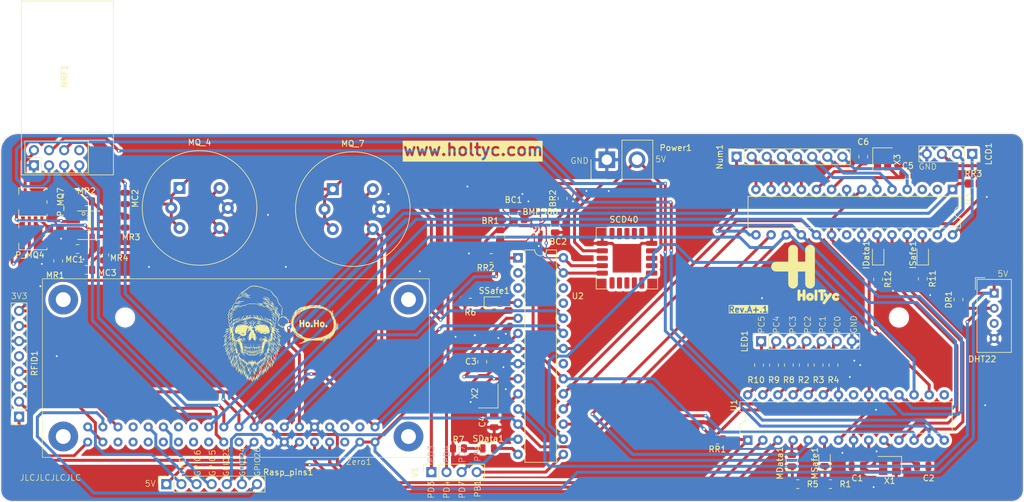
<source format=kicad_pcb>
(kicad_pcb (version 20221018) (generator pcbnew)
  (layers (0 "F.Cu" signal) (31 "B.Cu" signal) (34 "B.Paste" user) (35 "F.Paste" user) (36 "B.SilkS" user "B.Silkscreen") (37 "F.SilkS" user "F.Silkscreen") (38 "B.Mask" user) (39 "F.Mask" user) (44 "Edge.Cuts" user))
  (net 0 "")
  (net 1 "/Atmega_master/RST")
  (net 2 "Net-(U2-XTAL2{slash}PB7)")
  (net 3 "Net-(U3-XTAL2{slash}PB7)")
  (net 4 "Net-(U2-XTAL1{slash}PB6)")
  (net 5 "Net-(U3-XTAL1{slash}PB6)")
  (net 6 "Net-(U1-XTAL1{slash}PB6)")
  (net 7 "Net-(U1-XTAL2{slash}PB7)")
  (net 8 "CE")
  (net 9 "CSN")
  (net 11 "/Atmega_master/CE_sensor")
  (net 12 "MOSI")
  (net 13 "MISO")
  (net 14 "SCK")
  (net 16 "GND")
  (net 19 "/Atmega_interface/CE_interface")
  (net 20 "/Atmega_interface/Master_order")
  (net 21 "/Atmega_interface/Safe_pin")
  (net 22 "/Atmega_sensor/RST")
  (net 23 "Net-(DHT22-IO)")
  (net 26 "/Atmega_interface/RST")
  (net 29 "Net-(IData1-K)")
  (net 30 "+5V")
  (net 32 "Net-(ISafe1-K)")
  (net 33 "Net-(ISafe1-A)")
  (net 34 "Net-(Num1-Pin_1)")
  (net 35 "Net-(Num1-Pin_2)")
  (net 36 "Net-(Num1-Pin_3)")
  (net 37 "Net-(Num1-Pin_4)")
  (net 38 "Net-(Num1-Pin_5)")
  (net 39 "SDA")
  (net 40 "SCL")
  (net 41 "Net-(Num1-Pin_6)")
  (net 42 "Net-(Num1-Pin_7)")
  (net 43 "PC0")
  (net 44 "Net-(Num1-Pin_8)")
  (net 45 "D3")
  (net 46 "D4")
  (net 47 "D7")
  (net 48 "D9")
  (net 50 "GND1")
  (net 51 "Net-(MData1-A)")
  (net 52 "Net-(MData1-K)")
  (net 53 "Net-(MSafe1-A)")
  (net 54 "Net-(MSafe1-K)")
  (net 56 "Net-(Rasp_pins1-Pin_3)")
  (net 57 "Net-(Rasp_pins1-Pin_4)")
  (net 58 "Net-(Rasp_pins1-Pin_5)")
  (net 59 "Net-(Rasp_pins1-Pin_6)")
  (net 60 "Net-(Rasp_pins1-Pin_7)")
  (net 61 "Net-(RFID1-Pin_7)")
  (net 62 "Net-(RFID1-Pin_4)")
  (net 63 "Net-(RFID1-Pin_3)")
  (net 64 "Net-(RFID1-Pin_2)")
  (net 65 "Net-(RFID1-Pin_1)")
  (net 66 "Net-(SSafe1-K)")
  (net 67 "Net-(SData1-K)")
  (net 68 "Net-(SData1-A)")
  (net 69 "Net-(SSafe1-A)")
  (net 84 "+3.3V")
  (net 85 "POT1")
  (net 86 "MQ_7_D")
  (net 87 "MQ_4_D")
  (net 88 "POT2")
  (net 93 "Net-(U1-PC2)")
  (net 94 "Net-(U1-PC1)")
  (net 95 "Net-(U1-PC0)")
  (net 96 "Net-(U1-PC4)")
  (net 97 "Net-(U1-PC5)")
  (net 98 "/TX")
  (net 99 "/RX")
  (net 100 "PC1")
  (net 101 "PC4")
  (net 102 "PC5")
  (net 103 "Net-(U1-PC3)")
  (net 104 "MPC0")
  (net 105 "PC2")
  (net 106 "PC3")
  (net 107 "ISCL")
  (net 108 "ISDA")
  (net 109 "Net-(LM393DT1A-OUT2)")
  (net 110 "Net-(LM393DT1A-OUT1)")
  (footprint "Package_DIP:DIP-28_W7.62mm" (layer "F.Cu") (at 190.6 120.62 90)
    (fp_text reference "U1")
    (fp_text value "ATmega328-P" hide)
  )
  (footprint "ST:LM393DT" (layer "F.Cu") (at 79.9 84.5 -90)
    (fp_text reference "LM393DT1")
    (fp_text value "0" hide)
  )
  (footprint "LED_SMD:LED_0805_2012Metric" (layer "F.Cu") (at 198 124.0625 90)
    (fp_text reference "MData1")
    (fp_text value "LED" hide)
  )
  (footprint "Resistor_SMD:R_0805_2012Metric" (layer "F.Cu") (at 192.5 108 90)
    (fp_text reference "R10")
    (fp_text value "220" hide)
  )
  (footprint "Crystal:Crystal_SMD_3225-4Pin_3.2x2.5mm" (layer "F.Cu") (at 214.45 125 180)
    (fp_text reference "X1")
    (fp_text value "16Mhz" hide)
  )
  (footprint "Connector_PinSocket_2.54mm:PinSocket_1x08_P2.54mm_Vertical" (layer "F.Cu") (at 188.72 73 90)
    (fp_text reference "Num1")
    (fp_text value "Conn_01x08_Pin" hide)
  )
  (footprint "Connector_PinSocket_2.54mm:PinSocket_1x07_P2.54mm_Vertical" (layer "F.Cu") (at 192.84 104 90)
    (fp_text reference "LED1")
    (fp_text value "Conn_01x07" hide)
  )
  (footprint "Potentiometer_SMD:Potentiometer_Bourns_3314G_Vertical" (layer "F.Cu") (at 70.5 80.6 -90)
    (fp_text reference "P_MQ7")
    (fp_text value "TC33X-2-103E" hide)
  )
  (footprint "Capacitor_SMD:C_0805_2012Metric" (layer "F.Cu") (at 210 73 90)
    (fp_text reference "C6")
    (fp_text value "10p" hide)
  )
  (footprint "Resistor_SMD:R_0805_2012Metric" (layer "F.Cu") (at 226 97 90)
    (fp_text reference "DR1")
    (fp_text value "10k" hide)
  )
  (footprint "LOGO" (layer "F.Cu") (at 117.7 101.25)
    (fp_text reference "")
    (fp_text value "LOGO" hide)
  )
  (footprint "Capacitor_SMD:C_0805_2012Metric" (layer "F.Cu") (at 79.5 92)
    (fp_text reference "MC3")
    (fp_text value "100nF" hide)
  )
  (footprint "Resistor_SMD:R_0805_2012Metric" (layer "F.Cu") (at 200 108 90)
    (fp_text reference "R2")
    (fp_text value "220" hide)
  )
  (footprint "Raspberry:RaspberryPi_zero" (layer "F.Cu") (at 104.1 109.5 180)
    (fp_text reference "Zero1")
    (fp_text value "Raspberry_Pi_2_3" hide)
  )
  (footprint "RF_Module:nRF24L01_Breakout" (layer "F.Cu") (at 70.675 74.44 90)
    (fp_text reference "NRF1")
    (fp_text value "NRF24L01_Breakout" hide)
  )
  (footprint "Capacitor_SMD:C_0805_2012Metric" (layer "F.Cu") (at 151.25 82.75 -90)
    (fp_text reference "BC1")
    (fp_text value "100nF" hide)
  )
  (footprint "Resistor_SMD:R_0805_2012Metric" (layer "F.Cu") (at 82.5 89.5 -90)
    (fp_text reference "MR4")
    (fp_text value "10K" hide)
  )
  (footprint "Resistor_SMD:R_0805_2012Metric" (layer "F.Cu") (at 142 122 180)
    (fp_text reference "R7")
    (fp_text value "220" hide)
  )
  (footprint "Sensor:Sensirion_SCD4x-1EP_10.1x10.1mm_P1.25mm_EP4.8x4.8mm" (layer "F.Cu") (at 170.3 90.05 -90)
    (fp_text reference "SCD40")
    (fp_text value "SCD40-D-R2" hide)
  )
  (footprint "Capacitor_SMD:C_0805_2012Metric" (layer "F.Cu") (at 217.5 76)
    (fp_text reference "C5")
    (fp_text value "10p" hide)
  )
  (footprint "Capacitor_SMD:C_0805_2012Metric" (layer "F.Cu") (at 220 125)
    (fp_text reference "C2")
    (fp_text value "10p" hide)
  )
  (footprint "Potentiometer_SMD:Potentiometer_Bourns_3314G_Vertical" (layer "F.Cu") (at 70.5 86.25 -90)
    (fp_text reference "P_MQ4")
    (fp_text value "TC33X-2-103E" hide)
  )
  (footprint "Resistor_SMD:R_0805_2012Metric" (layer "F.Cu") (at 228.5 77.5)
    (fp_text reference "RR3")
    (fp_text value "10k" hide)
  )
  (footprint "Package_DIP:DIP-28_W7.62mm" (layer "F.Cu") (at 225 78.5 -90)
    (fp_text reference "U3")
    (fp_text value "ATmega328-P" hide)
  )
  (footprint "Connector_PinSocket_2.54mm:PinSocket_1x04_P2.54mm_Vertical" (layer "F.Cu") (at 137.45 125.975 90)
    (fp_text reference "V1")
    (fp_text value "Volne_sensor" hide)
  )
  (footprint "Resistor_SMD:R_0805_2012Metric" (layer "F.Cu") (at 74.75 90.5 -90)
    (fp_text reference "MR1")
    (fp_text value "10K" hide)
  )
  (footprint "LED_SMD:LED_0805_2012Metric" (layer "F.Cu") (at 212.5 89.5 90)
    (fp_text reference "IData1")
    (fp_text value "LED" hide)
  )
  (footprint "Sensor:Aosong_DHT11_5.5x12.0_P2.54mm" (layer "F.Cu") (at 232 95.92)
    (fp_text reference "DHT22")
    (fp_text value "DHT11" hide)
  )
  (footprint "Capacitor_SMD:C_0805_2012Metric" (layer "F.Cu") (at 148 117.5 -90)
    (fp_text reference "C4")
    (fp_text value "10p" hide)
  )
  (footprint "Resistor_SMD:R_0805_2012Metric" (layer "F.Cu") (at 185.5 120.5 180)
    (fp_text reference "RR1")
    (fp_text value "10k" hide)
  )
  (footprint "Resistor_SMD:R_0805_2012Metric" (layer "F.Cu") (at 202.5 108 90)
    (fp_text reference "R3")
    (fp_text value "220" hide)
  )
  (footprint "Resistor_SMD:R_0805_2012Metric" (layer "F.Cu") (at 204.5 128)
    (fp_text reference "R1")
    (fp_text value "220" hide)
  )
  (footprint "Capacitor_SMD:C_0805_2012Metric" (layer "F.Cu") (at 158.25 84.75 -90)
    (fp_text reference "BC2")
    (fp_text value "100nF" hide)
  )
  (footprint "LED_SMD:LED_0805_2012Metric" (layer "F.Cu") (at 220 89.5 90)
    (fp_text reference "ISafe1")
    (fp_text value "LED" hide)
  )
  (footprint "Connector_PinSocket_2.54mm:PinSocket_1x07_P2.54mm_Vertical" (layer "F.Cu") (at 92.92 128 90)
    (fp_text reference "Rasp_pins1")
    (fp_text value "Conn_01x07_Pin" hide)
  )
  (footprint "Connector_PinSocket_2.54mm:PinSocket_1x04_P2.54mm_Vertical" (layer "F.Cu") (at 228.3 72.525 -90)
    (fp_text reference "LCD1")
    (fp_text value "Conn_01x04_Pin" hide)
  )
  (footprint "Resistor_SMD:R_0805_2012Metric" (layer "F.Cu") (at 220 93.5 -90)
    (fp_text reference "R11")
    (fp_text value "220" hide)
  )
  (footprint "Capacitor_SMD:C_0805_2012Metric" (layer "F.Cu") (at 86 80 -90)
    (fp_text reference "MC2")
    (fp_text value "100nF" hide)
  )
  (footprint "Resistor_SMD:R_0805_2012Metric" (layer "F.Cu") (at 159.5 80 90)
    (fp_text reference "BR2")
    (fp_text value "4.7K" hide)
  )
  (footprint "LOGO" (layer "F.Cu") (at 107.425449 102.285713)
    (fp_text reference "G***")
    (fp_text value "LOGO" hide)
  )
  (footprint "Resistor_SMD:R_0805_2012Metric" (layer "F.Cu") (at 79.5 80.5 180)
    (fp_text reference "MR2")
    (fp_text value "10K" hide)
  )
  (footprint "Capacitor_SMD:C_0805_2012Metric" (layer "F.Cu") (at 78 88.5)
    (fp_text reference "MC1")
    (fp_text value "100nF" hide)
  )
  (footprint "Package_DIP:DIP-28_W7.62mm" (layer "F.Cu") (at 152 89.98)
    (fp_text reference "U2")
    (fp_text value "ATmega328-P" hide)
  )
  (footprint "Resistor_SMD:R_0805_2012Metric" (layer "F.Cu") (at 212.5 93.5875 -90)
    (fp_text reference "R12")
    (fp_text value "220" hide)
  )
  (footprint "LOGO" (layer "F.Cu") (at 201 93)
    (fp_text reference "G***" hide)
    (fp_text value "LOGO" hide)
  )
  (footprint "Resistor_SMD:R_0805_2012Metric" (layer "F.Cu") (at 147.5 90 180)
    (fp_text reference "RR2")
    (fp_text value "10k" hide)
  )
  (footprint "Resistor_SMD:R_0805_2012Metric" (layer "F.Cu") (at 199 128)
    (fp_text reference "R5")
    (fp_text value "220" hide)
  )
  (footprint "Sensor:MQ-6" (layer "F.Cu") (at 95.14 78.24)
    (fp_text reference "MQ_4")
    (fp_text value "MQ-4" hide)
  )
  (footprint "Resistor_SMD:R_0805_2012Metric" (layer "F.Cu") (at 144 97.5 180)
    (fp_text reference "R6")
    (fp_text value "220" hide)
  )
  (footprint "LED_SMD:LED_0805_2012Metric" (layer "F.Cu") (at 203.5 124 90)
    (fp_text reference "MSafe1")
    (fp_text value "LED" hide)
  )
  (footprint "Resistor_SMD:R_0805_2012Metric" (layer "F.Cu") (at 205 108 90)
    (fp_text reference "R4")
    (fp_text value "220" hide)
  )
  (footprint "LED_SMD:LED_0805_2012Metric" (layer "F.Cu") (at 148 97.5)
    (fp_text reference "SSafe1")
    (fp_text value "LED" hide)
  )
  (footprint "Connector_Samtec_HPM_THT:Samtec_HPM-02-01-x-S_Straight_1x02_Pitch5.08mm" (layer "F.Cu") (at 166.92 73.5 90)
    (fp_text reference "Power1")
    (fp_text value "Conn_01x02_Pin" hide)
  )
  (footprint "Bosh:BMP388" (layer "F.Cu") (at 155 84.235 90)
    (fp_text reference "BMP388")
    (fp_text value "BMP388" hide)
  )
  (footprint "Crystal:Crystal_SMD_3225-4Pin_3.2x2.5mm" (layer "F.Cu") (at 213.25 73.5 -90)
    (fp_text reference "X3")
    (fp_text value "16Mhz" hide)
  )
  (footprint "Crystal:Crystal_SMD_3225-4Pin_3.2x2.5mm" (layer "F.Cu") (at 147 113.2 90)
    (fp_text reference "X2")
    (fp_text value "16Mhz" hide)
  )
  (footprint "Capacitor_SMD:C_0805_2012Metric" (layer "F.Cu") (at 146 107.45 90)
    (fp_text reference "C3")
    (fp_text value "10p" hide)
  )
  (footprint "Resistor_SMD:R_0805_2012Metric" (layer "F.Cu") (at 149 86.25 90)
    (fp_text reference "BR1")
    (fp_text value "4.7K" hide)
  )
  (footprint "Connector_PinSocket_2.54mm:PinSocket_1x08_P2.54mm_Vertical" (layer "F.Cu") (at 68.175 116.675 180)
    (fp_text reference "RFID1")
    (fp_text value "Conn_01x08_Pin" hide)
  )
  (footprint "Resistor_SMD:R_0805_2012Metric" (layer "F.Cu") (at 86 84 90)
    (fp_text reference "MR3")
    (fp_text value "10K" hide)
  )
  (footprint "LED_SMD:LED_0805_2012Metric" (layer "F.Cu") (at 147 122)
    (fp_text reference "SData1")
    (fp_text value "LED" hide)
  )
  (footprint "Resistor_SMD:R_0805_2012Metric" (layer "F.Cu") (at 197.5 108 90)
    (fp_text reference "R8")
    (fp_text value "220" hide)
  )
  (footprint "Sensor:MQ-6" (layer "F.Cu") (at 120.89 78.44)
    (fp_text reference "MQ_7")
    (fp_text value "MQ-7" hide)
  )
  (footprint "Capacitor_SMD:C_0805_2012Metric" (layer "F.Cu") (at 209 125)
    (fp_text reference "C1")
    (fp_text value "10p" hide)
  )
  (footprint "Resistor_SMD:R_0805_2012Metric" (layer "F.Cu") (at 195 108 90)
    (fp_text reference "R9")
    (fp_text value "220" hide)
  )
  (gr_line (start 235 131) (end 67 131) (stroke (width 0.05)) (layer "Edge.Cuts"))
  (gr_line (start 65 129) (end 65 72) (stroke (width 0.05)) (layer "Edge.Cuts"))
  (gr_arc (start 65 72) (mid 65.87868 69.87868) (end 68 69) (stroke (width 0.05)) (layer "Edge.Cuts"))
  (gr_circle (center 86 100) (end 86 98.5) (stroke (width 0.05)) (fill none) (layer "Edge.Cuts"))
  (gr_circle (center 216 100) (end 216 98.5) (stroke (width 0.05)) (fill none) (layer "Edge.Cuts"))
  (gr_arc (start 235 69) (mid 236.414214 69.585786) (end 237 71) (stroke (width 0.05)) (layer "Edge.Cuts"))
  (gr_line (start 237 129) (end 237 71) (stroke (width 0.05)) (layer "Edge.Cuts"))
  (gr_line (start 68 69) (end 235 69) (stroke (width 0.05)) (layer "Edge.Cuts"))
  (gr_arc (start 67 131) (mid 65.585786 130.414214) (end 65 129) (stroke (width 0.05)) (layer "Edge.Cuts"))
  (gr_arc (start 237 129) (mid 236.414214 130.414214) (end 235 131) (stroke (width 0.05)) (layer "Edge.Cuts"))
  (gr_text "PD7" (at 143.2 124.5 90) (layer "B.SilkS") (effects (font (size 1 1) (thickness 0.1)) (justify left bottom)))
  (gr_text "PD4" (at 140.6 124.5 90) (layer "B.SilkS") (effects (font (size 1 1) (thickness 0.1)) (justify left bottom)))
  (gr_text "PD3" (at 138 124.5 90) (layer "B.SilkS") (effects (font (size 1 1) (thickness 0.1)) (justify left bottom)))
  (gr_text "PB1" (at 145.8 124.3 90) (layer "B.SilkS") (effects (font (size 1 1) (thickness 0.1)) (justify left bottom)))
  (gr_text "PD7" (at 143.2 130.5 90) (layer "F.SilkS") (effects (font (size 1 1) (thickness 0.1)) (justify left bottom)))
  (gr_text "PC3" (at 198.75 102.75 90) (layer "F.SilkS") (effects (font (size 1 1) (thickness 0.1)) (justify left bottom)))
  (gr_text "Rev.A+.1\n" (at 187.25 99.25) (layer "F.SilkS" knockout) (effects (font (size 1 1) (thickness 0.2) bold) (justify left bottom)))
  (gr_text "GPIO5" (at 101.25 126.75 90) (layer "F.SilkS") (effects (font (size 1 1) (thickness 0.1)) (justify left bottom)))
  (gr_text "PB1" (at 145.8 130.3 90) (layer "F.SilkS") (effects (font (size 1 1) (thickness 0.1)) (justify left bottom)))
  (gr_text "PC0" (at 206.25 102.75 90) (layer "F.SilkS") (effects (font (size 1 1) (thickness 0.1)) (justify left bottom)))
  (gr_text "5V" (at 89.25 128.5) (layer "F.SilkS") (effects (font (size 1 1) (thickness 0.1)) (justify left bottom)))
  (gr_text "GPIO23" (at 103.5 126.75 90) (layer "F.SilkS") (effects (font (size 0.9 0.9) (thickness 0.1)) (justify left bottom)))
  (gr_text "Ho.Ho." (at 120.2 101.65) (layer "F.SilkS") (effects (font (size 1 1) (thickness 0.25) bold) (justify right bottom)))
  (gr_text "www.holtyc.com" (at 132.5 73) (layer "F.SilkS" knockout) (effects (font (size 2 2) (thickness 0.4) bold) (justify left bottom)))
  (gr_text "GPIO6" (at 98.75 126.75 90) (layer "F.SilkS") (effects (font (size 1 1) (thickness 0.1)) (justify left bottom)))
  (gr_text "PD3" (at 138 130.5 90) (layer "F.SilkS") (effects (font (size 1 1) (thickness 0.1)) (justify left bottom)))
  (gr_text "GND" (at 96.25 126.5 90) (layer "F.SilkS") (effects (font (size 1 1) (thickness 0.1)) (justify left bottom)))
  (gr_text "5V" (at 232.5 93.25) (layer "F.SilkS") (effects (font (size 1 1) (thickness 0.1)) (justify left bottom)))
  (gr_text "PC5" (at 193.5 102.75 90) (layer "F.SilkS") (effects (font (size 1 1) (thickness 0.1)) (justify left bottom)))
  (gr_text "GPIO24\n" (at 106.25 126.75 90) (layer "F.SilkS") (effects (font (size 0.9 0.9) (thickness 0.1)) (justify left bottom)))
  (gr_text "JLCJLCJLCJLC" (at 68.25 127.5) (layer "F.SilkS") (effects (font (size 1 1) (thickness 0.1)) (justify left bottom)))
  (gr_text "PC2" (at 201.25 102.75 90) (layer "F.SilkS") (effects (font (size 1 1) (thickness 0.1)) (justify left bottom)))
  (gr_text "GPIO26" (at 108.75 126.75 90) (layer "F.SilkS") (effects (font (size 0.9 0.9) (thickness 0.1)) (justify left bottom)))
  (gr_text "5V\n" (at 175 74) (layer "F.SilkS") (effects (font (size 1 1) (thickness 0.1)) (justify left bottom)))
  (gr_text "GND" (at 209 102.75 90) (layer "F.SilkS") (effects (font (size 1 1) (thickness 0.1)) (justify left bottom)))
  (gr_text "GND" (at 160.75 74.25) (layer "F.SilkS") (effects (font (size 1 1) (thickness 0.1)) (justify left bottom)))
  (gr_text "GND" (at 219.25 75.25) (layer "F.SilkS") (effects (font (size 1 1) (thickness 0.1)) (justify left bottom)))
  (gr_text "PD4" (at 140.6 130.5 90) (layer "F.SilkS") (effects (font (size 1 1) (thickness 0.1)) (justify left bottom)))
  (gr_text "3V3" (at 66.75 97) (layer "F.SilkS") (effects (font (size 1 1) (thickness 0.1)) (justify left bottom)))
  (gr_text "PC4" (at 196 102.75 90) (layer "F.SilkS") (effects (font (size 1 1) (thickness 0.1)) (justify left bottom)))
  (gr_text "PC1" (at 203.75 102.75 90) (layer "F.SilkS") (effects (font (size 1 1) (thickness 0.1)) (justify left bottom)))
  (segment (start 121.4 119.65) (end 111.456 119.65) (width 0.5) (layer "F.Cu") (net 1))
  (segment (start 190.6 120.62) (end 183.47 127.75) (width 0.5) (layer "F.Cu") (net 1))
  (segment (start 121.65 119.9) (end 121.4 119.65) (width 0.5) (layer "F.Cu") (net 1))
  (segment (start 190.48 120.5) (end 190.6 120.62) (width 0.5) (layer "F.Cu") (net 1))
  (segment (start 186.4125 120.5) (end 190.48 120.5) (width 0.5) (layer "F.Cu") (net 1))
  (segment (start 111.456 119.65) (end 110.196 118.39) (width 0.5) (layer "F.Cu") (net 1))
  (segment (start 125 127.75) (end 121.65 124.4) (width 0.5) (layer "F.Cu") (net 1))
  (segment (start 121.65 124.4) (end 121.65 119.9) (width 0.5) (layer "F.Cu") (net 1))
  (segment (start 183.47 127.75) (end 125 127.75) (width 0.5) (layer "F.Cu") (net 1))
  (segment (start 147.85 114.3) (end 150.54 114.3) (width 0.5) (layer "F.Cu") (net 2))
  (segment (start 147.85 116.4) (end 148 116.55) (width 0.5) (layer "F.Cu") (net 2))
  (segment (start 150.54 114.3) (end 152 112.84) (width 0.5) (layer "F.Cu") (net 2))
  (segment (start 147.85 114.3) (end 147.85 116.4) (width 0.5) (layer "F.Cu") (net 2))
  (segment (start 212.4 72.4) (end 211.55 72.4) (width 0.5) (layer "F.Cu") (net 3))
  (segment (start 208.45 75.5) (end 205.14 75.5) (width 0.5) (layer "F.Cu") (net 3))
  (segment (start 210 73.95) (end 208.45 75.5) (width 0.5) (layer "F.Cu") (net 3))
  (segment (start 211.55 72.4) (end 210 73.95) (width 0.5) (layer "F.Cu") (net 3))
  (segment (start 212.05 72.05) (end 212.4 72.4) (width 0.5) (layer "F.Cu") (net 3))
  (segment (start 205.14 75.5) (end 202.14 78.5) (width 0.5) (layer "F.Cu") (net 3))
  (segment (start 146 108.4) (end 144.55 108.4) (width 0.5) (layer "F.Cu") (net 4))
  (segment (start 147.45 110.3) (end 146.15 111.6) (width 0.5) (layer "F.Cu") (net 4))
  (segment (start 147.95 110.3) (end 147.45 110.3) (width 0.5) (layer "F.Cu") (net 4))
  (segment (start 146.15 111.6) (end 146.15 112.1) (width 0.5) (layer "F.Cu") (net 4))
  (segment (start 152 110.3) (end 147.95 110.3) (width 0.5) (layer "F.Cu") (net 4))
  (segment (start 143 109.95) (end 142.95 109.95) (width 0.5) (layer "F.Cu") (net 4))
  (segment (start 144.55 108.4) (end 144 108.95) (width 0.5) (layer "F.Cu") (net 4))
  (segment (start 144 108.95) (end 143 109.95) (width 0.5) (layer "F.Cu") (net 4))
  (via (at 147.95 110.3) (size 0.6) (drill 0.3) (layers "F.Cu" "B.Cu") (net 4))
  (via (at 142.95 109.95) (size 0.6) (drill 0.3) (layers "F.Cu" "B.Cu") (net 4))
  (segment (start 142.95 109.95) (end 147.6 109.95) (width 0.5) (layer "B.Cu") (net 4))
  (segment (start 147.6 109.95) (end 147.95 110.3) (width 0.5) (layer "B.Cu") (net 4))
  (segment (start 216 76.5) (end 216.05 76.5) (width 0.5) (layer "F.Cu") (net 5))
  (segment (start 216.05 76.5) (end 206.68 76.5) (width 0.5) (layer "F.Cu") (net 5))
  (segment (start 206.68 76.5) (end 204.68 78.5) (width 0.5) (layer "F.Cu") (net 5))
  (segment (start 214.1 74.6) (end 216 76.5) (width 0.5) (layer "F.Cu") (net 5))
  (segment (start 216.05 76.5) (end 216.55 76) (width 0.5) (layer "F.Cu") (net 5))
  (segment (start 210.8 125.85) (end 209.95 125) (width 0.5) (layer "F.Cu") (net 6))
  (segment (start 213.35 125.85) (end 210.8 125.85) (width 0.5) (layer "F.Cu") (net 6))
  (segment (start 210.92 120.62) (end 210.92 124.03) (width 0.5) (layer "F.Cu") (net 6))
  (segment (start 210.92 124.03) (end 209.95 125) (width 0.5) (layer "F.Cu") (net 6))
  (segment (start 215.55 122.71) (end 213.46 120.62) (width 0.5) (layer "F.Cu") (net 7))
  (segment (start 215.55 124.15) (end 215.55 122.71) (width 0.5) (layer "F.Cu") (net 7))
  (segment (start 215.55 124.15) (end 218.2 124.15) (width 0.5) (layer "F.Cu") (net 7))
  (segment (start 218.2 124.15) (end 219.05 125) (width 0.5) (layer "F.Cu") (net 7))
  (segment (start 176.75 81.25) (end 176.75 77.5) (width 0.5) (layer "F.Cu") (net 8))
  (segment (start 176.75 89) (end 176.75 82.5) (width 0.5) (layer "F.Cu") (net 8))
  (segment (start 176.75 82.5) (end 176.75 81.25) (width 0.5) (layer "F.Cu") (net 8))
  (via (at 176.75 77.5) (size 0.6) (drill 0.3) (layers "F.Cu" "B.Cu") (net 8))
  (via (at 176.75 89) (size 0.6) (drill 0.3) (layers "F.Cu" "B.Cu") (net 8))
  (segment (start 72.1 78) (end 73.215 76.885) (width 0.5) (layer "B.Cu") (net 8))
  (segment (start 176.75 102.25) (end 176.75 89) (width 0.5) (layer "B.Cu") (net 8))
  (segment (start 73.215 76.885) (end 73.215 74.9) (width 0.5) (layer "B.Cu") (net 8))
  (segment (start 220.25 118.25) (end 192.75 118.25) (width 0.5) (layer "B.Cu") (net 8))
  (segment (start 221.08 119.08) (end 220.25 118.25) (width 0.5) (layer "B.Cu") (net 8))
  (segment (start 67.75 76.75) (end 69 78) (width 0.5) (layer "B.Cu") (net 8))
  (segment (start 192.75 118.25) (end 176.75 102.25) (width 0.5) (layer "B.Cu") (net 8))
  (segment (start 176.75 77.5) (end 161.5 77.5) (width 0.5) (layer "B.Cu") (net 8))
  (segment (start 69 70.5) (end 67.75 71.75) (width 0.5) (layer "B.Cu") (net 8))
  (segment (start 154.5 70.5) (end 69 70.5) (width 0.5) (layer "B.Cu") (net 8))
  (segment (start 67.75 71.75) (end 67.75 76.75) (width 0.5) (layer "B.Cu") (net 8))
  (segment (start 161.5 77.5) (end 154.5 70.5) (width 0.5) (layer "B.Cu") (net 8))
  (segment (start 221.08 120.62) (end 221.08 119.08) (width 0.5) (layer "B.Cu") (net 8))
  (segment (start 69 78) (end 72.1 78) (width 0.5) (layer "B.Cu") (net 8))
  (segment (start 75.675 69.9) (end 82.8 69.9) (width 0.5) (layer "F.Cu") (net 9))
  (segment (start 177.749962 88.749962) (end 177.749962 80.749966) (width 0.5) (layer "F.Cu") (net 9))
  (segment (start 82.8 69.9) (end 84.9 72) (width 0.5) (layer "F.Cu") (net 9))
  (segment (start 73.215 72.36) (end 75.675 69.9) (width 0.5) (layer "F.Cu") (net 9))
  (segment (start 177.749962 80.749966) (end 177.624998 80.625002) (width 0.5) (layer "F.Cu") (net 9))
  (via (at 177.749962 88.749962) (size 0.6) (drill 0.3) (layers "F.Cu" "B.Cu") (net 9))
  (via (at 84.9 72) (size 0.6) (drill 0.3) (layers "F.Cu" "B.Cu") (net 9))
  (via (at 177.624998 80.625002) (size 0.6) (drill 0.3) (layers "F.Cu" "B.Cu") (net 9))
  (segment (start 84.9 72) (end 154.5 72) (width 0.5) (layer "B.Cu") (net 9))
  (segment (start 154.5 72) (end 163.125002 80.625002) (width 0.5) (layer "B.Cu") (net 9))
  (segment (start 163.125002 80.625002) (end 177.624998 80.625002) (width 0.5) (layer "B.Cu") (net 9))
  (segment (start 177.749962 101.917729) (end 177.749962 88.749962) (width 0.5) (layer "B.Cu") (net 9))
  (segment (start 193.082233 117.25) (end 177.749962 101.917729) (width 0.5) (layer "B.Cu") (net 9))
  (segment (start 223.62 120.62) (end 220.25 117.25) (width 0.5) (layer "B.Cu") (net 9))
  (segment (start 220.25 117.25) (end 193.082233 117.25) (width 0.5) (layer "B.Cu") (net 9))
  (segment (start 221.08 111.33) (end 212 102.25) (width 0.5) (layer "F.Cu") (net 11))
  (segment (start 221.08 113) (end 221.08 111.33) (width 0.5) (layer "F.Cu") (net 11))
  (via (at 212 102.25) (size 0.6) (drill 0.3) (layers "F.Cu" "B.Cu") (net 11))
  (segment (start 158 106.5) (end 157.25 107.25) (width 0.5) (layer "B.Cu") (net 11))
  (segment (start 157.25 118.09) (end 159.62 120.46) (width 0.5) (layer "B.Cu") (net 11))
  (segment (start 174.75 89.25) (end 174.75 92.05) (width 0.5) (layer "B.Cu") (net 11))
  (segment (start 200.5 90.75) (end 181.5 90.75) (width 0.5) (layer "B.Cu") (net 11))
  (segment (start 174.75 92.05) (end 160.3 106.5) (width 0.5) (layer "B.Cu") (net 11))
  (segment (start 176.25 87.75) (end 174.75 89.25) (width 0.5) (layer "B.Cu") (net 11))
  (segment (start 178.5 87.75) (end 176.25 87.75) (width 0.5) (layer "B.Cu") (net 11))
  (segment (start 157.25 107.25) (end 157.25 118.09) (width 0.5) (layer "B.Cu") (net 11))
  (segment (start 160.3 106.5) (end 158 106.5) (width 0.5) (layer "B.Cu") (net 11))
  (segment (start 181.5 90.75) (end 178.5 87.75) (width 0.5) (layer "B.Cu") (net 11))
  (segment (start 212 102.25) (end 200.5 90.75) (width 0.5) (layer "B.Cu") (net 11))
  (segment (start 75.755 71.9) (end 77.055 70.6) (width 0.5) (layer "F.Cu") (net 12))
  (segment (start 102.5 113.75) (end 105.116 116.366) (width 0.5) (layer "F.Cu") (net 12))
  (segment (start 105.116 116.366) (end 105.116 118.39) (width 0.5) (layer "F.Cu") (net 12))
  (segment (start 79.1 70.6) (end 86 77.5) (width 0.5) (layer "F.Cu") (net 12))
  (segment (start 159.62 117.92) (end 165.26 117.92) (width 0.5) (layer "F.Cu") (net 12))
  (segment (start 165.26 117.92) (end 197.06 86.12) (width 0.5) (layer "F.Cu") (net 12))
  (segment (start 77.055 70.6) (end 79.1 70.6) (width 0.5) (layer "F.Cu") (net 12))
  (via (at 102.5 113.75) (size 0.6) (drill 0.3) (layers "F.Cu" "B.Cu") (net 12))
  (via (at 86 77.5) (size 0.6) (drill 0.3) (layers "F.Cu" "B.Cu") (net 12))
  (segment (start 197.62 86.12) (end 218.54 107.04) (width 0.5) (layer "B.Cu") (net 12))
  (segment (start 86 96) (end 102.5 112.5) (width 0.5) (layer "B.Cu") (net 12))
  (segment (start 105.116 118.39) (end 137.006 86.5) (width 0.5) (layer "B.Cu") (net 12))
  (segment (start 86 77.5) (end 86 96) (width 0.5) (layer "B.Cu") (net 12))
  (segment (start 197.06 86.12) (end 197.62 86.12) (width 0.5) (layer "B.Cu") (net 12))
  (segment (start 189.25 86.5) (end 191 88.25) (width 0.5) (layer "B.Cu") (net 12))
  (segment (start 218.54 107.04) (end 218.54 113) (width 0.5) (layer "B.Cu") (net 12))
  (segment (start 194.93 88.25) (end 197.06 86.12) (width 0.5) (layer "B.Cu") (net 12))
  (segment (start 191 88.25) (end 194.93 88.25) (width 0.5) (layer "B.Cu") (net 12))
  (segment (start 137.006 86.5) (end 189.25 86.5) (width 0.5) (layer "B.Cu") (net 12))
  (segment (start 102.5 112.5) (end 102.5 113.75) (width 0.5) (layer "B.Cu") (net 12))
  (segment (start 102.576 115.576) (end 102.576 118.39) (width 0.5) (layer "F.Cu") (net 13))
  (segment (start 190.25 84.75) (end 198.23 84.75) (width 0.5) (layer "F.Cu") (net 13))
  (segment (start 198.23 84.75) (end 199.6 86.12) (width 0.5) (layer "F.Cu") (net 13))
  (segment (start 159.62 115.38) (end 190.25 84.75) (width 0.5) (layer "F.Cu") (net 13))
  (segment (start 101.75 114.75) (end 102.576 115.576) (width 0.5) (layer "F.Cu") (net 13))
  (via (at 101.75 114.75) (size 0.6) (drill 0.3) (layers "F.Cu" "B.Cu") (net 13))
  (segment (start 96.25 114.75) (end 81.5 100) (width 0.5) (layer "B.Cu") (net 13))
  (segment (start 218.25 115.25) (end 216 113) (width 0.5) (layer "B.Cu") (net 13))
  (segment (start 136.466 84.5) (end 197.98 84.5) (width 0.5) (layer "B.Cu") (net 13))
  (segment (start 225.5 104) (end 225.5 114.75) (width 0.5) (layer "B.Cu") (net 13))
  (segment (start 225 115.25) (end 218.25 115.25) (width 0.5) (layer "B.Cu") (net 13))
  (segment (start 219 97.5) (end 225.5 104) (width 0.5) (layer "B.Cu") (net 13))
  (segment (start 81.5 78.745) (end 78.3 75.545) (width 0.5) (layer "B.Cu") (net 13))
  (segment (start 102.576 118.39) (end 136.466 84.5) (width 0.5) (layer "B.Cu") (net 13))
  (segment (start 199.6 86.12) (end 210.98 97.5) (width 0.5) (layer "B.Cu") (net 13))
  (segment (start 101.75 114.75) (end 96.25 114.75) (width 0.5) (layer "B.Cu") (net 13))
  (segment (start 78.3 75.545) (end 78.3 74.445) (width 0.5) (layer "B.Cu") (net 13))
  (segment (start 210.98 97.5) (end 219 97.5) (width 0.5) (layer "B.Cu") (net 13))
  (segment (start 78.3 74.445) (end 78.295 74.44) (width 0.5) (layer "B.Cu") (net 13))
  (segment (start 225.5 114.75) (end 225 115.25) (width 0.5) (layer "B.Cu") (net 13))
  (segment (start 81.5 100) (end 81.5 78.745) (width 0.5) (layer "B.Cu") (net 13))
  (segment (start 197.98 84.5) (end 199.6 86.12) (width 0.5) (layer "B.Cu") (net 13))
  (segment (start 188.71 83.75) (end 199.77 83.75) (width 0.5) (layer "F.Cu") (net 14))
  (segment (start 199.77 83.75) (end 202.14 86.12) (width 0.5) (layer "F.Cu") (net 14))
  (segment (start 159.62 112.84) (end 188.71 83.75) (width 0.5) (layer "F.Cu") (net 14))
  (segment (start 219.5 96.5) (end 226.5 103.5) (width 0.5) (layer "B.Cu") (net 14))
  (segment (start 226.5 103.5) (end 226.5 115.75) (width 0.5) (layer "B.Cu") (net 14))
  (segment (start 212.52 96.5) (end 219.5 96.5) (width 0.5) (layer "B.Cu") (net 14))
  (segment (start 100.036 118.39) (end 134.926 83.5) (width 0.5) (layer "B.Cu") (net 14))
  (segment (start 226.5 115.75) (end 226 116.25) (width 0.5) (layer "B.Cu") (net 14))
  (segment (start 80.5 80.285) (end 80.5 100.5) (width 0.5) (layer "B.Cu") (net 14))
  (segment (start 199.52 83.5) (end 202.14 86.12) (width 0.5) (layer "B.Cu") (net 14))
  (segment (start 134.926 83.5) (end 199.52 83.5) (width 0.5) (layer "B.Cu") (net 14))
  (segment (start 101.713 116.713) (end 100.036 118.39) (width 0.5) (layer "B.Cu") (net 14))
  (segment (start 80.5 100.5) (end 96.713 116.713) (width 0.5) (layer "B.Cu") (net 14))
  (segment (start 75.755 74.44) (end 75.8 74.485) (width 0.5) (layer "B.Cu") (net 14))
  (segment (start 226 116.25) (end 216.71 116.25) (width 0.5) (layer "B.Cu") (net 14))
  (segment (start 75.8 75.585) (end 80.5 80.285) (width 0.5) (layer "B.Cu") (net 14))
  (segment (start 202.14 86.12) (end 212.52 96.5) (width 0.5) (layer "B.Cu") (net 14))
  (segment (start 96.713 116.713) (end 101.713 116.713) (width 0.5) (layer "B.Cu") (net 14))
  (segment (start 75.8 74.485) (end 75.8 75.585) (width 0.5) (layer "B.Cu") (net 14))
  (segment (start 216.71 116.25) (end 213.46 113) (width 0.5) (layer "B.Cu") (net 14))
  (segment (start 167.8 87.55) (end 170.3 90.05) (width 0.5) (layer "F.Cu") (net 16))
  (segment (start 212.4 74.35) (end 214.1 72.65) (width 0.5) (layer "F.Cu") (net 16))
  (segment (start 154.235 84.235) (end 154.235 83.735) (width 0.2) (layer "F.Cu") (net 16))
  (segment (start 174.45 87.55) (end 172.8 87.55) (width 0.5) (layer "F.Cu") (net 16))
  (segment (start 155.5 88) (end 155.5 87.75) (width 0.2) (layer "F.Cu") (net 16))
  (segment (start 208.38 120.62) (end 208.38 119.27) (width 0.5) (layer "F.Cu") (net 16))
  (segment (start 214.1 72.65) (end 214.1 72.4) (width 0.5) (layer "F.Cu") (net 16))
  (segment (start 166.15 87.55) (end 167.8 87.55) (width 0.5) (layer "F.Cu") (net 16))
  (segment (start 208.38 119.27) (end 212.15 115.5) (width 0.5) (layer "F.Cu") (net 16))
  (segment (start 155.765 87.485) (end 155.5 88) (width 0.2) (layer "F.Cu") (net 16))
  (segment (start 75.595 86.405) (end 75.25 86.75) (width 0.5) (layer "F.Cu") (net 16))
  (segment (start 77.3 86.405) (end 75.595 86.405) (width 0.5) (layer "F.Cu") (net 16))
  (segment (start 212.4 74.6) (end 212.4 74.35) (width 0.5) (layer "F.Cu") (net 16))
  (segment (start 172.8 87.55) (end 170.3 90.05) (width 0.5) (layer "F.Cu") (net 16))
  (segment (start 155.765 84.735) (end 155.765 87.485) (width 0.2) (layer "F.Cu") (net 16))
  (via (at 90 91.5) (size 0.6) (drill 0.3) (layers "F.Cu" "B.Cu") (net 16))
  (via (at 230.5 114.75) (size 0.6) (drill 0.3) (layers "F.Cu" "B.Cu") (net 16))
  (via (at 211.75 128.5) (size 0.6) (drill 0.3) (layers "F.Cu" "B.Cu") (net 16))
  (via (at 155.5 88) (size 0.6) (drill 0.3) (layers "F.Cu" "B.Cu") (net 16))
  (via (at 79 90.25) (size 0.6) (drill 0.3) (layers "F.Cu" "B.Cu") (net 16))
  (via (at 71.75 94.75) (size 0.6) (drill 0.3) (layers "F.Cu" "B.Cu") (net 16))
  (via (at 148.7 103.45) (size 0.6) (drill 0.3) (layers "F.Cu" "B.Cu") (net 16))
  (via (at 161.25 80.5) (size 0.6) (drill 0.3) (layers "F.Cu" "B.Cu") (net 16))
  (via (at 113 91.5) (size 0.6) (drill 0.3) (layers "F.Cu" "B.Cu") (net 16))
  (via (at 193 96.75) (size 0.6) (drill 0.3) (layers "F.Cu" "B.Cu") (net 16))
  (via (at 212.15 115.5) (size 0.6) (drill 0.3) (layers "F.Cu" "B.Cu") (net 16))
  (via (at 72 91) (size 0.6) (drill 0.3) (layers "F.Cu" "B.Cu") (net 16))
  (via (at 75.25 86.75) (size 0.6) (drill 0.3) (layers "F.Cu" "B.Cu") (net 16))
  (via (at 212.25 122.5) (size 0.6) (drill 0.3) (layers "F.Cu" "B.Cu") (net 16))
  (via (at 143.5 78) (size 0.6) (drill 0.3) (layers "F.Cu" "B.Cu") (net 16))
  (via (at 167.25 78.75) (size 0.6) (drill 0.3) (layers "F.Cu" "B.Cu") (net 16))
  (via (at 215 95.5) (size 0.6) (drill 0.3) (layers "F.Cu" "B.Cu") (net 16))
  (via (at 149.95 102.75) (size 0.6) (drill 0.3) (layers "F.Cu" "B.Cu") (net 16))
  (via (at 135.5 92.25) (size 0.6) (drill 0.3) (layers "F.Cu" "B.Cu") (net 16))
  (via (at 208.5 107.25) (size 0.6) (drill 0.3) (layers "F.Cu" "B.Cu") (net 16))
  (via (at 141.5 103.25) (size 0.6) (drill 0.3) (layers "F.Cu" "B.Cu") (net 16))
  (via (at 110 82.75) (size 0.6) (drill 0.3) (layers "F.Cu" "B.Cu") (net 16))
  (via (at 230.75 79.75) (size 0.6) (drill 0.3) (layers "F.Cu" "B.Cu") (net 16))
  (via (at 206.5 122.75) (size 0.6) (drill 0.3) (layers "F.Cu" "B.Cu") (net 16))
  (via (at 74.5 106.5) (size 0.6) (drill 0.3) (layers "F.Cu" "B.Cu") (net 16))
  (via (at 221.25 96.25) (size 0.6) (drill 0.3) (layers "F.Cu" "B.Cu") (net 16))
  (via (at 209.5 108) (size 0.6) (drill 0.3) (layers "F.Cu" "B.Cu") (net 16))
  (via (at 144.75 103) (size 0.6) (drill 0.3) (layers "F.Cu" "B.Cu") (net 16))
  (via (at 153.75 80.5) (size 0.6) (drill 0.3) (layers "F.Cu" "B.Cu") (net 16))
  (via (at 163.5 78.75) (size 0.6) (drill 0.3) (layers "F.Cu" "B.Cu") (net 16))
  (via (at 143.75 89.25) (size 0.6) (drill 0.3) (layers "F.Cu" "B.Cu") (net 16))
  (via (at 149.55 108.35) (size 0.6) (drill 0.3) (layers "F.Cu" "B.Cu") (net 16))
  (via (at 152.75 79.25) (size 0.6) (drill 0.3) (layers "F.Cu" "B.Cu") (net 16))
  (via (at 149.95 112.05) (size 0.6) (drill 0.3) (layers "F.Cu" "B.Cu") (net 16))
  (via (at 207.75 110) (size 0.6) (drill 0.3) (layers "F.Cu" "B.Cu") (net 16))
  (via (at 130.25 79.25) (size 0.6) (drill 0.3) (layers "F.Cu" "B.Cu") (net 16))
  (via (at 144.05 114.2) (size 0.6) (drill 0.3) (layers "F.Cu" "B.Cu") (net 16))
  (segment (start 194.52 86.12) (end 164.5 116.14) (width 0.5) (layer "F.Cu") (net 19))
  (segment (start 164.5 116.14) (end 164.5 116.25) (width 0.5) (layer "F.Cu") (net 19))
  (via (at 164.5 116.25) (size 0.6) (drill 0.3) (layers "F.Cu" "B.Cu") (net 19))
  (segment (start 200.76 121.24) (end 200.76 120.62) (width 0.5) (layer "B.Cu") (net 19))
  (segment (start 171.25 123) (end 199 123) (width 0.5) (layer "B.Cu") (net 19))
  (segment (start 164.5 116.25) (end 171.25 123) (width 0.5) (layer "B.Cu") (net 19))
  (segment (start 199 123) (end 200.76 121.24) (width 0.5) (layer "B.Cu") (net 19))
  (segment (start 218.87 117.75) (end 224.25 117.75) (width 0.5) (layer "F.Cu") (net 20))
  (segment (start 216 120.62) (end 218.87 117.75) (width 0.5) (layer "F.Cu") (net 20))
  (segment (start 225.75 104.75) (end 214.84 93.84) (width 0.5) (layer "F.Cu") (net 20))
  (segment (start 224.25 117.75) (end 225.75 116.25) (width 0.5) (layer "F.Cu") (net 20))
  (segment (start 214.84 93.84) (end 214.84 86.12) (width 0.5) (layer "F.Cu") (net 20))
  (segment (start 225.75 116.25) (end 225.75 104.75) (width 0.5) (layer "F.Cu") (net 20))
  (segment (start 155.805 121.725) (end 152 117.92) (width 0.5) (layer "F.Cu") (net 21))
  (segment (start 226.75 104.25) (end 217.38 94.88) (width 0.5) (layer "F.Cu") (net 21))
  (segment (start 218.54 120.62) (end 220.41 118.75) (width 0.5) (layer "F.Cu") (net 21))
  (segment (start 218.54 120.62) (end 218.54 120.46) (width 0.5) (layer "F.Cu") (net 21))
  (segment (start 183.5 116.5) (end 168.25 116.5) (width 0.5) (layer "F.Cu") (net 21))
  (segment (start 163.025 121.725) (end 155.805 121.725) (width 0.5) (layer "F.Cu") (net 21))
  (segment (start 217.38 94.88) (end 217.38 86.12) (width 0.5) (layer "F.Cu") (net 21))
  (segment (start 225.5 118.75) (end 226.75 117.5) (width 0.5) (layer "F.Cu") (net 21))
  (segment (start 168.25 116.5) (end 163.025 121.725) (width 0.5) (layer "F.Cu") (net 21))
  (segment (start 220.41 118.75) (end 225.5 118.75) (width 0.5) (layer "F.Cu") (net 21))
  (segment (start 226.75 117.5) (end 226.75 104.25) (width 0.5) (layer "F.Cu") (net 21))
  (via (at 183.5 116.5) (size 0.6) (drill 0.3) (layers "F.Cu" "B.Cu") (net 21))
  (segment (start 218.54 120.62) (end 218.54 119.54) (width 0.5) (layer "B.Cu") (net 21))
  (segment (start 120.356 118.39) (end 121.666 119.7) (width 0.5) (layer "B.Cu") (net 21))
  (segment (start 150.98 116.9) (end 152 117.92) (width 0.5) (layer "B.Cu") (net 21))
  (segment (start 121.666 119.7) (end 129.5 119.7) (width 0.5) (layer "B.Cu") (net 21))
  (segment (start 218.54 119.54) (end 218.25 119.25) (width 0.5) (layer "B.Cu") (net 21))
  (segment (start 186.25 119.25) (end 183.5 116.5) (width 0.5) (layer "B.Cu") (net 21))
  (segment (start 218.25 119.25) (end 186.25 119.25) (width 0.5) (layer "B.Cu") (net 21))
  (segment (start 129.5 119.7) (end 132.3 116.9) (width 0.5) (layer "B.Cu") (net 21))
  (segment (start 132.3 116.9) (end 150.98 116.9) (width 0.5) (layer "B.Cu") (net 21))
  (segment (start 148.4125 93.0375) (end 148.35 93.1) (width 0.5) (layer "F.Cu") (net 22))
  (segment (start 148.4125 90) (end 151.98 90) (width 0.5) (layer "F.Cu") (net 22))
  (segment (start 151.98 90) (end 152 89.98) (width 0.5) (layer "F.Cu") (net 22))
  (segment (start 148.4125 90) (end 148.4125 93.0375) (width 0.5) (layer "F.Cu") (net 22))
  (via (at 148.35 93.1) (size 0.6) (drill 0.3) (layers "F.Cu" "B.Cu") (net 22))
  (segment (start 128.226 102.9) (end 134.9 102.9) (width 0.5) (layer "B.Cu") (net 22))
  (segment (start 112.736 118.39) (end 128.226 102.9) (width 0.5) (layer "B.Cu") (net 22))
  (segment (start 148.35 93.1) (end 148.3 93.15) (width 0.5) (layer "B.Cu") (net 22))
  (segment (start 144.65 93.15) (end 148.3 93.15) (width 0.5) (layer "B.Cu") (net 22))
  (segment (start 134.9 102.9) (end 144.65 93.15) (width 0.5) (layer "B.Cu") (net 22))
  (segment (start 232 98.46) (end 226.5475 98.46) (width 0.5) (layer "F.Cu") (net 23))
  (segment (start 229.79 98.46) (end 227.5 100.75) (width 0.5) (layer "F.Cu") (net 23))
  (segment (start 232 98.46) (end 229.79 98.46) (width 0.5) (layer "F.Cu") (net 23))
  (segment (start 226.5475 98.46) (end 226 97.9125) (width 0.5) (layer "F.Cu") (net 23))
  (via (at 227.5 100.75) (size 0.6) (drill 0.3) (layers "F.Cu" "B.Cu") (net 23))
  (segment (start 156.5 124.25) (end 156.5 119.88) (width 0.5) (layer "B.Cu") (net 23))
  (segment (start 157.25 125) (end 156.5 124.25) (width 0.5) (layer "B.Cu") (net 23))
  (segment (start 222.25 125) (end 157.25 125) (width 0.5) (layer "B.Cu") (net 23))
  (segment (start 156.5 119.88) (end 152 115.38) (width 0.5) (layer "B.Cu") (net 23))
  (segment (start 227.5 100.75) (end 227.5 119.75) (width 0.5) (layer "B.Cu") (net 23))
  (segment (start 227.5 119.75) (end 222.25 125) (width 0.5) (layer "B.Cu") (net 23))
  (segment (start 226 77.5) (end 225 78.5) (width 0.5) (layer "F.Cu") (net 26))
  (segment (start 227.5875 77.5) (end 226 77.5) (width 0.5) (layer "F.Cu") (net 26))
  (segment (start 115.276 106.226) (end 115.276 118.39) (width 0.5) (layer "F.Cu") (net 26))
  (segment (start 113.5 101.75) (end 113.5 104.45) (width 0.5) (layer "F.Cu") (net 26))
  (segment (start 113.5 104.45) (end 115.276 106.226) (width 0.5) (layer "F.Cu") (net 26))
  (via (at 113.5 101.75) (size 0.6) (drill 0.3) (layers "F.Cu" "B.Cu") (net 26))
  (segment (start 225 78.5) (end 221 82.5) (width 0.5) (layer "B.Cu") (net 26))
  (segment (start 221 82.5) (end 132.75 82.5) (width 0.5) (layer "B.Cu") (net 26))
  (segment (start 132.75 82.5) (end 113.5 101.75) (width 0.5) (layer "B.Cu") (net 26))
  (segment (start 212.5 92.675) (end 212.5 90.4375) (width 0.5) (layer "F.Cu") (net 29))
  (segment (start 175.399999 88.8) (end 174.45 88.8) (width 0.5) (layer "F.Cu") (net 30))
  (segment (start 97.88 75.5) (end 111.25 75.5) (width 0.5) (layer "F.Cu") (net 30))
  (segment (start 95.14 78.24) (end 97.88 75.5) (width 0.5) (layer "F.Cu") (net 30))
  (segment (start 86 80.95) (end 86 83.0875) (width 0.5) (layer "F.Cu") (net 30))
  (segment (start 93.75 83.57) (end 95.14 84.96) (width 0.5) (layer "F.Cu") (net 30))
  (segment (start 119.5 81.8) (end 119.5 83.77) (width 0.5) (layer "F.Cu") (net 30))
  (segment (start 72 80.7) (end 72 83.85) (width 0.5) (layer "F.Cu") (net 30))
  (segment (start 161.5 87.349999) (end 161.5 82.25) (width 0.5) (layer "F.Cu") (net 30))
  (segment (start 147.75 74.25) (end 140.25 74.25) (width 0.5) (layer "F.Cu") (net 30))
  (segment (start 93.75 79.63) (end 95.14 78.24) (width 0.5) (layer "F.Cu") (net 30))
  (segment (start 140.25 74.25) (end 140.25 108.656) (width 0.5) (layer "F.Cu") (net 30))
  (segment (start 72 83.85) (end 73.25 85.1) (width 0.5) (layer "F.Cu") (net 30))
  (segment (start 80.4125 80.5) (end 78.9125 79) (width 0.5) (layer "F.Cu") (net 30))
  (segment (start 226.1675 95.92) (end 226 96.0875) (width 0.5) (layer "F.Cu") (net 30))
  (segment (start 176 88.199999) (end 175.399999 88.8) (width 0.5) (layer "F.Cu") (net 30))
  (segment (start 232 95.92) (end 226.1675 95.92) (width 0.5) (layer "F.Cu") (net 30))
  (segment (start 172 73.5) (end 168 77.5) (width 0.5) (layer "F.Cu") (net 30))
  (segment (start 230.5 74.5) (end 232 76) (width 0.5) (layer "F.Cu") (net 30))
  (segment (start 73.7 79) (end 73.25 79.45) (width 0.5) (layer "F.Cu") (net 30))
  (segment (start 127.976 120.93) (end 125.436 120.93) (width 0.5) (layer "F.Cu") (net 30))
  (segment (start 82.5 82.595) (end 85.5075 82.595) (width 0.5) (layer "F.Cu") (net 30))
  (segment (start 119.5 83.77) (end 120.89 85.16) (width 0.5) (layer "F.Cu") (net 30))
  (segment (start 85.5075 82.595) (end 86 83.0875) (width 0.5) (layer "F.Cu") (net 30))
  (segment (start 223.22 72.525) (end 225.195 74.5) (width 0.5) (layer "F.Cu") (net 30))
  (segment (start 117 124.75) (end 96.17 124.75) (width 0.5) (layer "F.Cu") (net 30))
  (segment (start 86 80.95) (end 93.1 80.95) (width 0.5) (layer "F.Cu") (net 30))
  (segment (start 172 73.5) (end 176 77.5) (width 0.5) (layer "F.Cu") (net 30))
  (segment (start 151 77.5) (end 168 77.5) (width 0.5) (layer "F.Cu") (net 30))
  (segment (start 80.4125 80.5075) (end 82.5 82.595) (width 0.5) (layer "F.Cu") (net 30))
  (segment (start 114.19 78.44) (end 111.25 75.5) (width 0.5) (layer "F.Cu") (net 30))
  (segment (start 166.15 88.8) (end 162.950001 88.8) (width 0.5) (layer "F.Cu") (net 30))
  (segment (start 176 77.5) (end 176 88.199999) (width 0.5) (layer "F.Cu") (net 30))
  (segment (start 140.25 108.656) (end 127.976 120.93) (width 0.5) (layer "F.Cu") (net 30))
  (segment (start 119.5 81.8) (end 119.5 79.83) (width 0.5) (layer "F.Cu") (net 30))
  (segment (start 80.4125 80.5) (end 80.4125 80.5075) (width 0.5) (layer "F.Cu") (net 30))
  (segment (start 140.25 74.25) (end 125.08 74.25) (width 0.5) (layer "F.Cu") (net 30))
  (segment (start 225.195 74.5) (end 230.5 74.5) (width 0.5) (layer "F.Cu") (net 30))
  (segment (start 161.5 82.25) (end 166.25 77.5) (width 0.5) (layer "F.Cu") (net 30))
  (segment (start 93.1 80.95) (end 93.75 81.6) (width 0.5) (layer "F.Cu") (net 30))
  (segment (start 93.75 81.6) (end 93.75 83.57) (width 0.5) (layer "F.Cu") (net 30))
  (segment (start 93.75 81.6) (end 93.75 79.63) (width 0.5) (layer "F.Cu") (net 30))
  (segment (start 162.950001 88.8) (end 161.5 87.349999) (width 0.5) (layer "F.Cu") (net 30))
  (segment (start 120.89 78.44) (end 114.19 78.44) (width 0.5) (layer "F.Cu") (net 30))
  (segment (start 125.08 74.25) (end 120.89 78.44) (width 0.5) (layer "F.Cu") (net 30))
  (segment (start 166.25 77.5) (end 168 77.5) (width 0.5) (layer "F.Cu") (net 30))
  (segment (start 73.25 79.45) (end 72 80.7) (width 0.5) (layer "F.Cu") (net 30))
  (segment (start 232 76) (end 232 95.92) (width 0.5) (layer "F.Cu") (net 30))
  (segment (start 119.5 79.83) (end 120.89 78.44) (width 0.5) (layer "F.Cu") (net 30))
  (segment (start 147.75 74.25) (end 151 77.5) (width 0.5) (layer "F.Cu") (net 30))
  (segment (start 78.9125 79) (end 73.7 79) (width 0.5) (layer "F.Cu") (net 30))
  (segment (start 96.17 124.75) (end 92.92 128) (width 0.5) (layer "F.Cu") (net 30))
  (via (at 117 124.75) (size 0.6) (drill 0.3) (layers "F.Cu" "B.Cu") (net 30))
  (segment (start 127.976 122.476) (end 127.976 120.93) (width 0.5) (layer "B.Cu") (net 30))
  (segment (start 222.75 126) (end 162 126) (width 0.5) (layer "B.Cu") (net 30))
  (segment (start 228.5 120.25) (end 222.75 126) (width 0.5) (layer "B.Cu") (net 30))
  (segment (start 121.616 124.75) (end 117 124.75) (width 0.5) (layer "B.Cu") (net 30))
  (segment (start 230.33 95.92) (end 228.5 97.75) (width 0.5) (layer "B.Cu") (net 30))
  (segment (start 122.683 123.683) (end 125.436 120.93) (width 0.5) (layer "B.Cu") (net 30))
  (segment (start 122.683 123.683) (end 121.616 124.75) (width 0.5) (layer "B.Cu") (net 30))
  (segment (start 232 95.92) (end 230.33 95.92) (width 0.5) (layer "B.Cu") (net 30))
  (segment (start 162 126) (end 159.25 128.75) (width 0.5) (layer "B.Cu") (net 30))
  (segment (start 159.25 128.75) (end 134.25 128.75) (width 0.5) (layer "B.Cu") (net 30))
  (segment (start 134.25 128.75) (end 127.976 122.476) (width 0.5) (layer "B.Cu") (net 30))
  (segment (start 228.5 97.75) (end 228.5 120.25) (width 0.5) (layer "B.Cu") (net 30))
  (segment (start 220 92.5875) (end 220 90.4375) (width 0.5) (layer "F.Cu") (net 32))
  (segment (start 220 86.2) (end 219.92 86.12) (width 0.5) (layer "F.Cu") (net 33))
  (segment (start 220 88.5625) (end 220 86.2) (width 0.5) (layer "F.Cu") (net 33))
  (segment (start 188.72 73) (end 188.72 82.28) (width 0.5) (layer "F.Cu") (net 34))
  (segment (start 188.72 82.28) (end 185.5 85.5) (width 0.5) (layer "F.Cu") (net 34))
  (via (at 185.5 85.5) (size 0.6) (drill 0.3) (layers "F.Cu" "B.Cu") (net 34))
  (segment (start 191.98 86.12) (end 190.87 86.12) (width 0.5) (layer "B.Cu") (net 34))
  (segment (start 190.25 85.5) (end 185.5 85.5) (width 0.5) (layer "B.Cu") (net 34))
  (segment (start 190.87 86.12) (end 190.25 85.5) (width 0.5) (layer "B.Cu") (net 34))
  (segment (start 191.98 78.5) (end 191.98 73.72) (width 0.5) (layer "F.Cu") (net 35))
  (segment (start 191.98 73.72) (end 191.26 73) (width 0.5) (layer "F.Cu") (net 35))
  (segment (start 194.52 78.5) (end 194.52 73.72) (width 0.5) (layer "F.Cu") (net 36))
  (segment (start 194.52 73.72) (end 193.8 73) (width 0.5) (layer "F.Cu") (net 36))
  (segment (start 197.06 73.72) (end 196.34 73) (width 0.5) (layer "F.Cu") (net 37))
  (segment (start 197.06 78.5) (end 197.06 73.72) (width 0.5) (layer "F.Cu") (net 37))
  (segment (start 199.6 78.5) (end 199.6 73.72) (width 0.5) (layer "F.Cu") (net 38))
  (segment (start 199.6 73.72) (end 198.88 73) (width 0.5) (layer "F.Cu") (net 38))
  (segment (start 157 83.285358) (end 157 80.25) (width 0.2) (layer "F.Cu") (net 39))
  (segment (start 155.765 84.235) (end 156.050358 84.235) (width 0.2) (layer "F.Cu") (net 39))
  (segment (start 156.050358 84.235) (end 157 83.285358) (width 0.2) (layer "F.Cu") (net 39))
  (segment (start 156.75 84.934642) (end 156.75 87.5) (width 0.2) (layer "F.Cu") (net 39))
  (segment (start 157 80.25) (end 158.1625 79.0875) (width 0.2) (layer "F.Cu") (net 39))
  (segment (start 156.050358 84.235) (end 156.75 84.934642) (width 0.2) (layer "F.Cu") (net 39))
  (segment (start 159.65 92.55) (end 159.62 92.52) (width 0.5) (layer "F.Cu") (net 39))
  (segment (start 158.1625 79.0875) (end 159.5 79.0875) (width 0.2) (layer "F.Cu") (net 39))
  (segment (start 166.15 92.55) (end 159.65 92.55) (width 0.5) (layer "F.Cu") (net 39))
  (via (at 156.75 87.5) (size 0.6) (drill 0.3) (layers "F.Cu" "B.Cu") (net 39))
  (segment (start 156.75 89.65) (end 159.62 92.52) (width 0.2) (layer "B.Cu") (net 39))
  (segment (start 156.75 87.5) (end 156.75 89.65) (width 0.2) (layer "B.Cu") (net 39))
  (segment (start 166.15 91.3) (end 160.94 91.3) (width 0.5) (layer "F.Cu") (net 40))
  (segment (start 154.75 88.25) (end 156.48 89.98) (width 0.2) (layer "F.Cu") (net 40))
  (segment (start 160.94 91.3) (end 159.62 89.98) (width 0.5) (layer "F.Cu") (net 40))
  (segment (start 156.48 89.98) (end 159.62 89.98) (width 0.2) (layer "F.Cu") (net 40))
  (segment (start 155.25 85) (end 155.25 85.285358) (width 0.2) (layer "F.Cu") (net 40))
  (segment (start 155.25 85.285358) (end 154.75 85.785358) (width 0.2) (layer "F.Cu") (net 40))
  (segment (start 153.372858 87.1625) (end 149 87.1625) (width 0.2) (layer "F.Cu") (net 40))
  (segment (start 154.75 85.785358) (end 154.75 88.25) (width 0.2) (layer "F.Cu") (net 40))
  (segment (start 155.25 85.285358) (end 153.372858 87.1625) (width 0.2) (layer "F.Cu") (net 40))
  (segment (start 211.5 76.5) (end 212.3 77.3) (width 0.5) (layer "B.Cu") (net 41))
  (segment (start 201.42 73) (end 204.92 76.5) (width 0.5) (layer "B.Cu") (net 41))
  (segment (start 204.92 76.5) (end 211.5 76.5) (width 0.5) (layer "B.Cu") (net 41))
  (segment (start 212.3 77.3) (end 212.3 78.5) (width 0.5) (layer "B.Cu") (net 41))
  (segment (start 214.84 77.84) (end 214.84 78.5) (width 0.5) (layer "B.Cu") (net 42))
  (segment (start 206.71 75.75) (end 212.75 75.75) (width 0.5) (layer "B.Cu") (net 42))
  (segment (start 212.75 75.75) (end 214.84 77.84) (width 0.5) (layer "B.Cu") (net 42))
  (segment (start 203.96 73) (end 206.71 75.75) (width 0.5) (layer "B.Cu") (net 42))
  (segment (start 205 104.6) (end 205.6 104) (width 0.5) (layer "F.Cu") (net 43))
  (segment (start 205 107.0875) (end 205 104.6) (width 0.5) (layer "F.Cu") (net 43))
  (segment (start 208.5 75) (end 216.25 75) (width 0.5) (layer "B.Cu") (net 44))
  (segment (start 206.5 73) (end 208.5 75) (width 0.5) (layer "B.Cu") (net 44))
  (segment (start 217.38 76.13) (end 217.38 78.5) (width 0.5) (layer "B.Cu") (net 44))
  (segment (start 216.25 75) (end 217.38 76.13) (width 0.5) (layer "B.Cu") (net 44))
  (segment (start 137.45 125.975) (end 137.45 112.75) (width 0.5) (layer "F.Cu") (net 45))
  (segment (start 150.06 100.14) (end 152 100.14) (width 0.5) (layer "F.Cu") (net 45))
  (segment (start 137.45 112.75) (end 150.06 100.14) (width 0.5) (layer "F.Cu") (net 45))
  (segment (start 139.99 115.26) (end 145.5 109.75) (width 0.5) (layer "F.Cu") (net 46))
  (segment (start 145.5 109.75) (end 146.75 109.75) (width 0.5) (layer "F.Cu") (net 46))
  (segment (start 148 106.68) (end 152 102.68) (width 0.5) (layer "F.Cu") (net 46))
  (segment (start 139.99 125.975) (end 139.99 115.26) (width 0.5) (layer "F.Cu") (net 46))
  (segment (start 146.75 109.75) (end 148 108.5) (width 0.5) (layer "F.Cu") (net 46))
  (segment (start 148 108.5) (end 148 106.68) (width 0.5) (layer "F.Cu") (net 46))
  (segment (start 144.005 124.5) (end 146.25 124.5) (width 0.5) (layer "B.Cu") (net 47))
  (segment (start 150.29 120.46) (end 152 120.46) (width 0.5) (layer "B.Cu") (net 47))
  (segment (start 146.25 124.5) (end 150.29 120.46) (width 0.5) (layer "B.Cu") (net 47))
  (segment (start 142.53 125.975) (end 144.005 124.5) (width 0.5) (layer "B.Cu") (net 47))
  (segment (start 156.645 125.975) (end 145.07 125.975) (width 0.5) (layer "F.Cu") (net 48))
  (segment (start 159.62 123) (end 156.645 125.975) (width 0.5) (layer "F.Cu") (net 48))
  (segment (start 90.46 123) (end 82.5 123) (width 0.5) (layer "B.Cu") (net 50))
  (segment (start 81 119.674) (end 79.716 118.39) (width 0.5) (layer "B.Cu") (net 50))
  (segment (start 95.46 128) (end 90.46 123) (width 0.5) (layer "B.Cu") (net 50))
  (segment (start 82.5 123) (end 81 121.5) (width 0.5) (layer "B.Cu") (net 50))
  (segment (start 81 121.5) (end 81 119.674) (width 0.5) (layer "B.Cu") (net 50))
  (segment (start 198 123.125) (end 198 120.84) (width 0.5) (layer "F.Cu") (net 51))
  (segment (start 198 120.84) (end 198.22 120.62) (width 0.5) (layer "F.Cu") (net 51))
  (segment (start 198.0875 128) (end 198.0875 125.0875) (width 0.5) (layer "F.Cu") (net 52))
  (segment (start 198.0875 125.0875) (end 198 125) (width 0.5) (layer "F.Cu") (net 52))
  (segment (start 203.5 123.0625) (end 203.5 120.82) (width 0.5) (layer "F.Cu") (net 53))
  (segment (start 203.5 120.82) (end 203.3 120.62) (width 0.5) (layer "F.Cu") (net 53))
  (segment (start 203.5875 125.025) (end 203.5 124.9375) (width 0.5) (layer "F.Cu") (net 54))
  (segment (start 203.5875 128) (end 203.5875 125.025) (width 0.5) (layer "F.Cu") (net 54))
  (segment (start 91.15 121.55) (end 91.15 119.664) (width 0.5) (layer "B.Cu") (net 56))
  (segment (start 97.6 128) (end 91.15 121.55) (width 0.5) (layer "B.Cu") (net 56))
  (segment (start 98 128) (end 97.6 128) (width 0.5) (layer "B.Cu") (net 56))
  (segment (start 91.15 119.664) (end 89.876 118.39) (width 0.5) (layer "B.Cu") (net 56))
  (segment (start 100.54 128) (end 100 128) (width 0.5) (layer "B.Cu") (net 57))
  (segment (start 93.7 119.674) (end 92.416 118.39) (width 0.5) (layer "B.Cu") (net 57))
  (segment (start 100 128) (end 93.7 121.7) (width 0.5) (layer "B.Cu") (net 57))
  (segment (start 93.7 121.7) (end 93.7 119.674) (width 0.5) (layer "B.Cu") (net 57))
  (segment (start 103.85 127.23) (end 103.85 120.481973) (width 0.5) (layer "B.Cu") (net 58))
  (segment (start 108.916 119.65) (end 110.196 120.93) (width 0.5) (layer "B.Cu") (net 58))
  (segment (start 104.681973 119.65) (end 108.916 119.65) (width 0.5) (layer "B.Cu") (net 58))
  (segment (start 103.85 120.481973) (end 104.681973 119.65) (width 0.5) (layer "B.Cu") (net 58))
  (segment (start 103.08 128) (end 103.85 127.23) (width 0.5) (layer "B.Cu") (net 58))
  (segment (start 105.62 128) (end 105.62 122.966) (width 0.5) (layer "B.Cu") (net 59))
  (segment (start 105.62 122.966) (end 107.656 120.93) (width 0.5) (layer "B.Cu") (net 59))
  (segment (start 71.25 116.75) (end 72 116) (width 0.5) (layer "B.Cu") (net 60))
  (segment (start 108.16 128) (end 106.66 129.5) (width 0.5) (layer "B.Cu") (net 60))
  (segment (start 71.25 120) (end 71.25 116.75) (width 0.5) (layer "B.Cu") (net 60))
  (segment (start 82.256 117.006) (end 82.256 118.39) (width 0.5) (layer "B.Cu") (net 60))
  (segment (start 72 116) (end 81.25 116) (width 0.5) (layer "B.Cu") (net 60))
  (segment (start 80.75 129.5) (end 71.25 120) (width 0.5) (layer "B.Cu") (net 60))
  (segment (start 106.66 129.5) (end 80.75 129.5) (width 0.5) (layer "B.Cu") (net 60))
  (segment (start 81.25 116) (end 82.256 117.006) (width 0.5) (layer "B.Cu") (net 60))
  (segment (start 73.185 101.435) (end 87 115.25) (width 0.5) (layer "F.Cu") (net 61))
  (segment (start 87 115.25) (end 100.75 115.25) (width 0.5) (layer "F.Cu") (net 61))
  (segment (start 101.3 115.8) (end 101.3 119.654) (width 0.5) (layer "F.Cu") (net 61))
  (segment (start 100.75 115.25) (end 101.3 115.8) (width 0.5) (layer "F.Cu") (net 61))
  (segment (start 101.3 119.654) (end 102.576 120.93) (width 0.5) (layer "F.Cu") (net 61))
  (segment (start 68.175 101.435) (end 73.185 101.435) (width 0.5) (layer "F.Cu") (net 61))
  (segment (start 68.175 109.055) (end 75.461 109.055) (width 0.5) (layer "F.Cu") (net 62))
  (segment (start 75.461 109.055) (end 84.796 118.39) (width 0.5) (layer "F.Cu") (net 62))
  (segment (start 81 119.674) (end 82.256 120.93) (width 0.5) (layer "F.Cu") (net 63))
  (segment (start 81 117.7) (end 81 119.674) (width 0.5) (layer "F.Cu") (net 63))
  (segment (start 68.175 111.595) (end 74.895 111.595) (width 0.5) (layer "F.Cu") (net 63))
  (segment (start 74.895 111.595) (end 81 117.7) (width 0.5) (layer "F.Cu") (net 63))
  (segment (start 77.396 123.25) (end 79.716 120.93) (width 0.5) (layer "F.Cu") (net 64))
  (segment (start 70.25 116.21) (end 70.25 122.25) (width 0.5) (layer "F.Cu") (net 64))
  (segment (start 71.25 123.25) (end 77.396 123.25) (width 0.5) (layer "F.Cu") (net 64))
  (segment (start 68.175 114.135) (end 70.25 116.21) (width 0.5) (layer "F.Cu") (net 64))
  (segment (start 70.25 122.25) (end 71.25 123.25) (width 0.5) (layer "F.Cu") (net 64))
  (segment (start 69.5 124) (end 112.206 124) (width 0.5) (layer "F.Cu") (net 65))
  (segment (start 68.175 116.675) (end 68.175 122.675) (width 0.5) (layer "F.Cu") (net 65))
  (segment (start 68.175 122.675) (end 69.5 124) (width 0.5) (layer "F.Cu") (net 65))
  (segment (start 112.206 124) (end 115.276 120.93) (width 0.5) (layer "F.Cu") (net 65))
  (segment (start 144.9125 97.5) (end 147.0625 97.5) (width 0.5) (layer "F.Cu") (net 66))
  (segment (start 142.9125 122) (end 146.0625 122) (width 0.5) (layer "F.Cu") (net 67))
  (segment (start 147.9375 122) (end 151 122) (width 0.5) (layer "F.Cu") (net 68))
  (segment (start 151 122) (end 152 123) (width 0.5) (layer "F.Cu") (net 68))
  (segment (start 148.9375 97.5) (end 151.9 97.5) (width 0.5) (layer "F.Cu") (net 69))
  (segment (start 151.9 97.5) (end 152 97.6) (width 0.5) (layer "F.Cu") (net 69))
  (segment (start 146.5875 87.1625) (end 146.5875 90) (width 0.5) (layer "F.Cu") (net 84))
  (segment (start 69.2 78.8) (end 69.2 73.835) (width 0.5) (layer "F.Cu") (net 84))
  (segment (start 204.68 84.25) (end 204.68 83.58) (width 0.5) (layer "F.Cu") (net 84))
  (segment (start 211 93.25) (end 204.68 86.93) (width 0.5) (layer "F.Cu") (net 84))
  (segment (start 204.68 83.58) (end 209.76 78.5) (width 0.5) (layer "F.Cu") (net 84))
  (segment (start 155.765 80.235) (end 157.725 78.275) (width 0.2) (layer "F.Cu") (net 84))
  (segment (start 184.5875 120.0875) (end 183.25 118.75) (width 0.5) (layer "F.Cu") (net 84))
  (segment (start 155.765 83.735) (end 155.765 80.235) (width 0.2) (layer "F.Cu") (net 84))
  (segment (start 107.656 118.39) (end 107.656 117.156) (width 0.5) (layer "F.Cu") (net 84))
  (segment (start 159.5 80.9125) (end 159.5 82.55) (width 0.5) (layer "F.Cu") (net 84))
  (segment (start 152.8 88.25) (end 154.54 89.99) (width 0.5) (layer "F.Cu") (net 84))
  (segment (start 159.5 82.55) (end 158.25 83.8) (width 0.5) (layer "F.Cu") (net 84))
  (segment (start 119.086 109.5) (end 117.25 109.5) (width 0.5) (layer "F.Cu") (net 84))
  (segment (start 210.92 113) (end 211 112.92) (width 0.5) (layer "F.Cu") (net 84))
  (segment (start 151.225 78.275) (end 157.725 78.275) (width 0.2) (layer "F.Cu") (net 84))
  (segment (start 85.75 112.5) (end 72.145 98.895) (width 0.5) (layer "F.Cu") (net 84))
  (segment (start 154.235 84.735) (end 154.485 84.735) (width 0.2) (layer "F.Cu") (net 84))
  (segment (start 69.2 73.835) (end 70.675 72.36) (width 0.5) (layer "F.Cu") (net 84))
  (segment (start 149.6125 85.3375) (end 151.25 83.7) (width 0.5) (layer "F.Cu") (net 84))
  (segment (start 161.25 79.5) (end 159.8375 80.9125) (width 0.2) (layer "F.Cu") (net 84))
  (segment (start 149.5 80) (end 151.225 78.275) (width 0.2) (layer "F.Cu") (net 84))
  (segment (start 210.92 115.54) (end 205.84 120.62) (width 0.5) (layer "F.Cu") (net 84))
  (segment (start 211 112.92) (end 211 93.25) (width 0.5) (layer "F.Cu") (net 84))
  (segment (start 157.725 78.275) (end 160.525 78.275) (width 0.2) (layer "F.Cu") (net 84))
  (segment (start 68.175 98.895) (end 69.9 97.17) (width 0.5) (layer "F.Cu") (net 84))
  (segment (start 225.25 84.25) (end 204.68 84.25) (width 0.5) (layer "F.Cu") (net 84))
  (segment (start 159.8375 80.9125) (end 159.5 80.9125) (width 0.2) (layer "F.Cu") (net 84))
  (segment (start 229.4125 80.0875) (end 225.25 84.25) (width 0.5) (layer "F.Cu") (net 84))
  (segment (start 154.235 84.735) (end 152.285 84.735) (width 0.2) (layer "F.Cu") (net 84))
  (segment (start 154.54 89.99) (end 154.54 105.22) (width 0.5) (layer "F.Cu") (net 84))
  (segment (start 149 85.3375) (end 148.4125 85.3375) (width 0.5) (layer "F.Cu") (net 84))
  (segment (start 160.525 78.275) (end 161.25 79) (width 0.2) (layer "F.Cu") (net 84))
  (segment (start 184.5875 120.5) (end 189.5475 115.54) (width 0.5) (layer "F.Cu") (net 84))
  (segment (start 103 112.5) (end 85.75 112.5) (width 0.5) (layer "F.Cu") (net 84))
  (segment (start 161.25 79) (end 161.25 79.5) (width 0.2) (layer "F.Cu") (net 84))
  (segment (start 229.4125 77.5) (end 229.4125 80.0875) (width 0.5) (layer "F.Cu") (net 84))
  (segment (start 148.3375 88.25) (end 152.8 88.25) (width 0.5) (layer "F.Cu") (net 84))
  (segment (start 149.5 81.95) (end 149.5 80) (width 0.2) (layer "F.Cu") (net 84))
  (segment (start 107.656 117.156) (end 103 112.5) (width 0.5) (layer "F.Cu") (net 84))
  (segment (start 72.145 98.895) (end 68.175 98.895) (width 0.5) (layer "F.Cu") (net 84))
  (segment (start 152 105.22) (end 154.54 105.22) (width 0.5) (layer "F.Cu") (net 84))
  (segment (start 151.25 83.7) (end 149.5 81.95) (width 0.2) (layer "F.Cu") (net 84))
  (segment (start 154.485 84.735) (end 154.75 85) (width 0.2) (layer "F.Cu") (net 84))
  (segment (start 146.5875 90) (end 148.3375 88.25) (width 0.5) (layer "F.Cu") (net 84))
  (segment (start 184.5875 120.5) (end 184.5875 120.0875) (width 0.5) (layer "F.Cu") (net 84))
  (segment (start 69.9 79.5) (end 69.2 78.8) (width 0.5) (layer "F.Cu") (net 84))
  (segment (start 189.5475 115.54) (end 210.92 115.54) (width 0.5) (layer "F.Cu") (net 84))
  (segment (start 210.92 113) (end 210.92 115.54) (width 0.5) (layer "F.Cu") (net 84))
  (segment (start 154.54 105.22) (end 159.62 110.3) (width 0.5) (layer "F.Cu") (net 84))
  (segment (start 152.285 84.735) (end 151.25 83.7) (width 0.2) (layer "F.Cu") (net 84))
  (segment (start 204.68 86.12) (end 204.68 84.25) (width 0.5) (layer "F.Cu") (net 84))
  (segment (start 69.9 97.17) (end 69.9 79.5) (width 0.5) (layer "F.Cu") (net 84))
  (segment (start 127.976 118.39) (end 119.086 109.5) (width 0.5) (layer "F.Cu") (net 84))
  (segment (start 149 85.3375) (end 149.6125 85.3375) (width 0.5) (layer "F.Cu") (net 84))
  (segment (start 148.4125 85.3375) (end 146.5875 87.1625) (width 0.5) (layer "F.Cu") (net 84))
  (segment (start 204.68 86.93) (end 204.68 86.12) (width 0.5) (layer "F.Cu") (net 84))
  (via (at 117.25 109.5) (size 0.6) (drill 0.3) (layers "F.Cu" "B.Cu") (net 84))
  (via (at 183.25 118.75) (size 0.6) (drill 0.3) (layers "F.Cu" "B.Cu") (net 84))
  (segment (start 117.25 109.5) (end 116.546 109.5) (width 0.5) (layer "B.Cu") (net 84))
  (segment (start 174.8 110.3) (end 183.25 118.75) (width 0.5) (layer "B.Cu") (net 84))
  (segment (start 127.976 118.39) (end 141.146 105.22) (width 0.5) (layer "B.Cu") (net 84))
  (segment (start 141.146 105.22) (end 152 105.22) (width 0.5) (layer "B.Cu") (net 84))
  (segment (start 116.546 109.5) (end 107.656 118.39) (width 0.5) (layer "B.Cu") (net 84))
  (segment (start 159.62 110.3) (end 174.8 110.3) (width 0.5) (layer "B.Cu") (net 84))
  (segment (start 67.75 83.5) (end 67.75 80.6) (width 0.5) (layer "F.Cu") (net 85))
  (segment (start 75.365 83.865) (end 75.25 83.75) (width 0.5) (layer "F.Cu") (net 85))
  (segment (start 77.3 83.865) (end 75.365 83.865) (width 0.5) (layer "F.Cu") (net 85))
  (via (at 67.75 83.5) (size 0.6) (drill 0.3) (layers "F.Cu" "B.Cu") (net 85))
  (via (at 75.25 83.75) (size 0.6) (drill 0.3) (layers "F.Cu" "B.Cu") (net 85))
  (segment (start 68 83.75) (end 67.75 83.5) (width 0.5) (layer "B.Cu") (net 85))
  (segment (start 75.25 83.75) (end 68 83.75) (width 0.5) (layer "B.Cu") (net 85))
  (segment (start 129.1 103.95) (end 130.1 104.95) (width 0.5) (layer "F.Cu") (net 86))
  (segment (start 129.1 86.65) (end 129.1 103.95) (width 0.5) (layer "F.Cu") (net 86))
  (segment (start 76.25 91.0875) (end 74.75 89.5875) (width 0.5) (layer "F.Cu") (net 86))
  (segment (start 138.8 101.95) (end 138.75 102) (width 0.5) (layer "F.Cu") (net 86))
  (segment (start 127.61 85.16) (end 119.02 93.75) (width 0.5) (layer "F.Cu") (net 86))
  (segment (start 77.3 85.135) (end 78.635 85.135) (width 0.5) (layer "F.Cu") (net 86))
  (segment (start 76.25 91.2) (end 78.95 88.5) (width 0.5) (layer "F.Cu") (net 86))
  (segment (start 79.25 85.75) (end 79.25 88.2) (width 0.5) (layer "F.Cu") (net 86))
  (segment (start 127.61 85.16) (end 126.61 84.16) (width 0.5) (layer "F.Cu") (net 86))
  (segment (start 79.25 88.2) (end 78.95 88.5) (width 0.5) (layer "F.Cu") (net 86))
  (segment (start 126.61 79.44) (end 127.61 78.44) (width 0.5) (layer "F.Cu") (net 86))
  (segment (start 130.1 104.95) (end 135.8 104.95) (width 0.5) (layer "F.Cu") (net 86))
  (segment (start 119.02 93.75) (end 78.25 93.75) (width 0.5) (layer "F.Cu") (net 86))
  (segment (start 76.25 91.5) (end 76.25 91.2) (width 0.5) (layer "F.Cu") (net 86))
  (segment (start 127.61 85.16) (end 129.1 86.65) (width 0.5) (layer "F.Cu") (net 86))
  (segment (start 78.635 85.135) (end 79.25 85.75) (width 0.5) (layer "F.Cu") (net 86))
  (segment (start 126.61 84.16) (end 126.61 79.44) (width 0.5) (layer "F.Cu") (net 86))
  (segment (start 76.25 91.5) (end 76.25 91.0875) (width 0.5) (layer "F.Cu") (net 86))
  (segment (start 78.25 93.75) (end 76.25 91.75) (width 0.5) (layer "F.Cu") (net 86))
  (segment (start 135.8 104.95) (end 138.8 101.95) (width 0.5) (layer "F.Cu") (net 86))
  (segment (start 76.25 91.75) (end 76.25 91.5) (width 0.5) (layer "F.Cu") (net 86))
  (via (at 138.8 101.95) (size 0.6) (drill 0.3) (layers "F.Cu" "B.Cu") (net 86))
  (segment (start 158.34 101.4) (end 159.62 102.68) (width 0.5) (layer "B.Cu") (net 86))
  (segment (start 138.8 101.95) (end 139.35 101.4) (width 0.5) (layer "B.Cu") (net 86))
  (segment (start 139.35 101.4) (end 158.34 101.4) (width 0.5) (layer "B.Cu") (net 86))
  (segment (start 101.86 84.96) (end 106.1 89.2) (width 0.5) (layer "F.Cu") (net 87))
  (segment (start 82.5 88.5875) (end 98.2325 88.5875) (width 0.5) (layer "F.Cu") (net 87))
  (segment (start 130.4 76.5) (end 137.45 83.55) (width 0.5) (layer "F.Cu") (net 87))
  (segment (start 100.86 83.96) (end 101.86 84.96) (width 0.5) (layer "F.Cu") (net 87))
  (segment (start 124.25 85.5) (end 124.25 79.25) (width 0.5) (layer "F.Cu") (net 87))
  (segment (start 101.86 78.24) (end 100.86 79.24) (width 0.5) (layer "F.Cu") (net 87))
  (segment (start 137.45 98.9) (end 138.95 100.4) (width 0.5) (layer "F.Cu") (net 87))
  (segment (start 120.55 89.2) (end 124.25 85.5) (width 0.5) (layer "F.Cu") (net 87))
  (segment (start 80.45 90.6375) (end 82.5 88.5875) (width 0.5) (layer "F.Cu") (net 87))
  (segment (start 138.95 100.4) (end 139 100.4) (width 0.5) (layer "F.Cu") (net 87))
  (segment (start 139 100.45) (end 138.95 100.4) (width 0.5) (layer "F.Cu") (net 87))
  (segment (start 80.45 92) (end 80.45 90.6375) (width 0.5) (layer "F.Cu") (net 87))
  (segment (start 98.2325 88.5875) (end 101.86 84.96) (width 0.5) (layer "F.Cu") (net 87))
  (segment (start 127 76.5) (end 130.4 76.5) (width 0.5) (layer "F.Cu") (net 87))
  (segment (start 100.86 79.24) (end 100.86 83.96) (width 0.5) (layer "F.Cu") (net 87))
  (segment (start 139 100.4) (end 139 100.45) (width 0.5) (layer "F.Cu") (net 87))
  (segment (start 124.25 79.25) (end 127 76.5) (width 0.5) (layer "F.Cu") (net 87))
  (segment (start 106.1 89.2) (end 120.55 89.2) (width 0.5) (layer "F.Cu") (net 87))
  (segment (start 137.45 83.55) (end 137.45 98.9) (width 0.5) (layer "F.Cu") (net 87))
  (segment (start 82.5 86.405) (end 82.5 88.5875) (width 0.5) (layer "F.Cu") (net 87))
  (via (at 139 100.4) (size 0.6) (drill 0.3) (layers "F.Cu" "B.Cu") (net 87))
  (segment (start 139 100.4) (end 140.525 98.875) (width 0.5) (layer "B.Cu") (net 87))
  (segment (start 158.355 98.875) (end 159.62 100.14) (width 0.5) (layer "B.Cu") (net 87))
  (segment (start 140.525 98.875) (end 158.355 98.875) (width 0.5) (layer "B.Cu") (net 87))
  (segment (start 82.5 85.135) (end 79.885 85.135) (width 0.5) (layer "F.Cu") (net 88))
  (segment (start 67.75 86.25) (end 67 87) (width 0.5) (layer "F.Cu") (net 88))
  (segment (start 79.885 85.135) (end 79.25 84.5) (width 0.5) (layer "F.Cu") (net 88))
  (segment (start 67 90.75) (end 67.25 91) (width 0.5) (layer "F.Cu") (net 88))
  (segment (start 67 87) (end 67 90.75) (width 0.5) (layer "F.Cu") (net 88))
  (via (at 67.25 91) (size 0.6) (drill 0.3) (layers "F.Cu" "B.Cu") (net 88))
  (via (at 79.25 84.5) (size 0.6) (drill 0.3) (layers "F.Cu" "B.Cu") (net 88))
  (segment (start 73.75 84.5) (end 79.25 84.5) (width 0.5) (layer "B.Cu") (net 88))
  (segment (start 67.25 91) (end 73.75 84.5) (width 0.5) (layer "B.Cu") (net 88))
  (segment (start 200 111.22) (end 198.22 113) (width 0.5) (layer "F.Cu") (net 93))
  (segment (start 200 108.9125) (end 200 111.22) (width 0.5) (layer "F.Cu") (net 93))
  (segment (start 202.5 108.9125) (end 202.5 111.26) (width 0.5) (layer "F.Cu") (net 94))
  (segment (start 202.5 111.26) (end 200.76 113) (width 0.5) (layer "F.Cu") (net 94))
  (segment (start 205 111.3) (end 203.3 113) (width 0.5) (layer "F.Cu") (net 95))
  (segment (start 205 108.9125) (end 205 111.3) (width 0.5) (layer "F.Cu") (net 95))
  (segment (start 195 111.14) (end 193.14 113) (width 0.5) (layer "F.Cu") (net 96))
  (segment (start 195 108.9125) (end 195 111.14) (width 0.5) (layer "F.Cu") (net 96))
  (segment (start 192.5 111.1) (end 190.6 113) (width 0.5) (layer "F.Cu") (net 97))
  (segment (start 192.5 108.9125) (end 192.5 111.1) (width 0.5) (layer "F.Cu") (net 97))
  (segment (start 187.05 129.25) (end 123 129.25) (width 0.5) (layer "F.Cu") (net 98))
  (segment (start 123 129.25) (end 117.816 124.066) (width 0.5) (layer "F.Cu") (net 98))
  (segment (start 117.816 124.066) (end 117.816 120.93) (width 0.5) (layer "F.Cu") (net 98))
  (segment (start 195.68 120.62) (end 187.05 129.25) (width 0.5) (layer "F.Cu") (net 98))
  (segment (start 193.14 120.62) (end 185.26 128.5) (width 0.5) (layer "F.Cu") (net 99))
  (segment (start 124.5 128.5) (end 120.356 124.356) (width 0.5) (layer "F.Cu") (net 99))
  (segment (start 185.26 128.5) (end 124.5 128.5) (width 0.5) (layer "F.Cu") (net 99))
  (segment (start 120.356 124.356) (end 120.356 120.93) (width 0.5) (layer "F.Cu") (net 99))
  (segment (start 202.5 107.0875) (end 202.5 104.56) (width 0.5) (layer "F.Cu") (net 100))
  (segment (start 202.5 104.56) (end 203.06 104) (width 0.5) (layer "F.Cu") (net 100))
  (segment (start 195 104.44) (end 195.44 104) (width 0.5) (layer "F.Cu") (net 101))
  (segment (start 195 107.0875) (end 195 104.44) (width 0.5) (layer "F.Cu") (net 101))
  (segment (start 192.9 104) (end 192.9 106.6875) (width 0.5) (layer "F.Cu") (net 102))
  (segment (start 192.9 106.6875) (end 192.5 107.0875) (width 0.5) (layer "F.Cu") (net 102))
  (segment (start 197.5 108.9125) (end 197.5 111.18) (width 0.5) (layer "F.Cu") (net 103))
  (segment (start 197.5 111.18) (end 195.68 113) (width 0.5) (layer "F.Cu") (net 103))
  (segment (start 212.5 88.5625) (end 212.5 86.32) (width 0.5) (layer "F.Cu") (net 104))
  (segment (start 212.5 86.32) (end 212.3 86.12) (width 0.5) (layer "F.Cu") (net 104))
  (segment (start 200 104.52) (end 200.52 104) (width 0.5) (layer "F.Cu") (net 105))
  (segment (start 200 107.0875) (end 200 104.52) (width 0.5) (layer "F.Cu") (net 105))
  (segment (start 197.5 104.48) (end 197.98 104) (width 0.5) (layer "F.Cu") (net 106))
  (segment (start 197.5 107.0875) (end 197.5 104.48) (width 0.5) (layer "F.Cu") (net 106))
  (segment (start 228.3 82.82) (end 225 86.12) (width 0.5) (layer "B.Cu") (net 107))
  (segment (start 228.3 72.525) (end 228.3 82.82) (width 0.5) (layer "B.Cu") (net 107))
  (segment (start 226.75 81.83) (end 222.46 86.12) (width 0.5) (layer "B.Cu") (net 108))
  (segment (start 225.76 72.525) (end 226.75 73.515) (width 0.5) (layer "B.Cu") (net 108))
  (segment (start 226.75 73.515) (end 226.75 81.83) (width 0.5) (layer "B.Cu") (net 108))
  (segment (start 83.865 83.865) (end 84.9125 84.9125) (width 0.5) (layer "F.Cu") (net 109))
  (segment (start 84.9125 84.9125) (end 86 84.9125) (width 0.5) (layer "F.Cu") (net 109))
  (segment (start 82.5 83.865) (end 83.865 83.865) (width 0.5) (layer "F.Cu") (net 109))
  (segment (start 78.5875 81.3075) (end 77.3 82.595) (width 0.5) (layer "F.Cu") (net 110))
  (segment (start 78.5875 80.5) (end 78.5875 81.3075) (width 0.5) (layer "F.Cu") (net 110))
  (zone (net 16) (net_name "GND") (layer "F.Cu") (priority 1) (connect_pads (clearance 0.5)) (min_thickness 0.25) (fill yes (thermal_gap 0.5) (thermal_bridge_width 0.5))
    (polygon (pts (xy 65 69) (xy 65 131) (xy 237 131) (xy 237 69)))
  )
  (zone (net 16) (net_name "GND") (layer "B.Cu") (connect_pads (clearance 0.5)) (min_thickness 0.25) (fill yes (thermal_gap 0.5) (thermal_bridge_width 0.5))
    (polygon (pts (xy 65 131) (xy 237 131) (xy 237 69) (xy 65 69)))
  )
)
</source>
